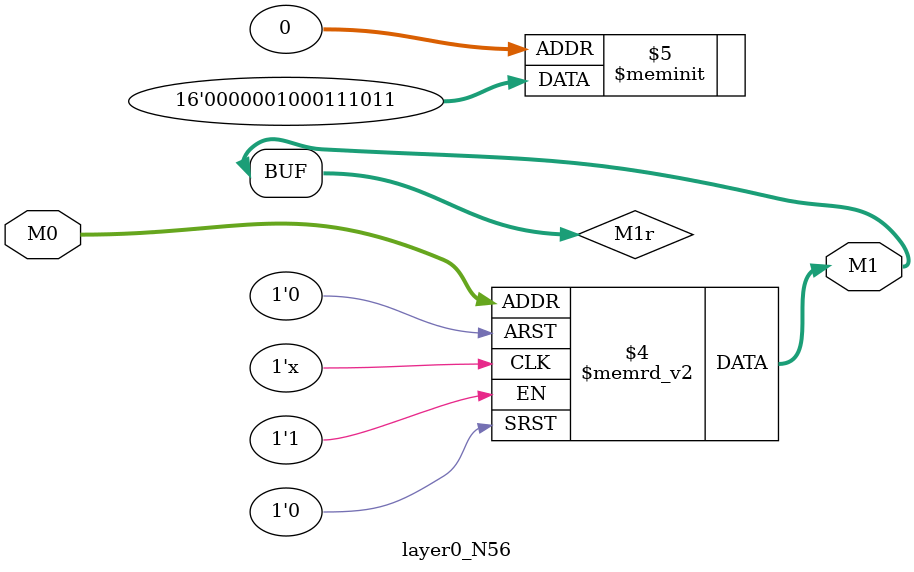
<source format=v>
module layer0_N56 ( input [2:0] M0, output [1:0] M1 );

	(*rom_style = "distributed" *) reg [1:0] M1r;
	assign M1 = M1r;
	always @ (M0) begin
		case (M0)
			3'b000: M1r = 2'b11;
			3'b100: M1r = 2'b10;
			3'b010: M1r = 2'b11;
			3'b110: M1r = 2'b00;
			3'b001: M1r = 2'b10;
			3'b101: M1r = 2'b00;
			3'b011: M1r = 2'b00;
			3'b111: M1r = 2'b00;

		endcase
	end
endmodule

</source>
